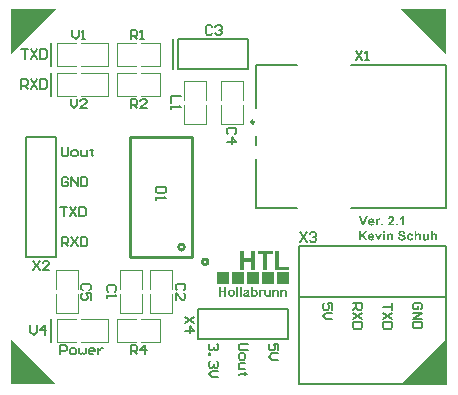
<source format=gto>
%FSLAX25Y25*%
%MOIN*%
G70*
G01*
G75*
%ADD10R,0.05906X0.05118*%
%ADD11R,0.04921X0.01181*%
%ADD12R,0.05118X0.05906*%
%ADD13R,0.08012X0.05906*%
%ADD14R,0.08661X0.05906*%
%ADD15C,0.03937*%
%ADD16C,0.01181*%
%ADD17C,0.05906*%
G04:AMPARAMS|DCode=18|XSize=59.06mil|YSize=59.06mil|CornerRadius=0mil|HoleSize=0mil|Usage=FLASHONLY|Rotation=270.000|XOffset=0mil|YOffset=0mil|HoleType=Round|Shape=Octagon|*
%AMOCTAGOND18*
4,1,8,-0.01476,-0.02953,0.01476,-0.02953,0.02953,-0.01476,0.02953,0.01476,0.01476,0.02953,-0.01476,0.02953,-0.02953,0.01476,-0.02953,-0.01476,-0.01476,-0.02953,0.0*
%
%ADD18OCTAGOND18*%

G04:AMPARAMS|DCode=19|XSize=59.06mil|YSize=59.06mil|CornerRadius=0mil|HoleSize=0mil|Usage=FLASHONLY|Rotation=180.000|XOffset=0mil|YOffset=0mil|HoleType=Round|Shape=Octagon|*
%AMOCTAGOND19*
4,1,8,-0.02953,0.01476,-0.02953,-0.01476,-0.01476,-0.02953,0.01476,-0.02953,0.02953,-0.01476,0.02953,0.01476,0.01476,0.02953,-0.01476,0.02953,-0.02953,0.01476,0.0*
%
%ADD19OCTAGOND19*%

%ADD20C,0.14961*%
%ADD21C,0.06299*%
%ADD22R,0.06299X0.06299*%
%ADD23C,0.02756*%
%ADD24C,0.03937*%
%ADD25C,0.05512*%
%ADD26C,0.01000*%
%ADD27C,0.00984*%
%ADD28C,0.00394*%
%ADD29C,0.00800*%
%ADD30C,0.00787*%
%ADD31C,0.00591*%
%ADD32R,0.04000X0.04000*%
G36*
X139362Y89266D02*
X142532D01*
Y88200D01*
X138086D01*
Y94459D01*
X139362D01*
Y89266D01*
D02*
G37*
G36*
X131354Y88200D02*
X130078D01*
Y90960D01*
X127591D01*
Y88200D01*
X126316D01*
Y94504D01*
X127591D01*
Y92026D01*
X130078D01*
Y94504D01*
X131354D01*
Y88200D01*
D02*
G37*
G36*
X133885Y81630D02*
X133935Y81621D01*
X133999Y81607D01*
X134067Y81584D01*
X134135Y81557D01*
X134208Y81516D01*
X134017Y80993D01*
X134012Y80997D01*
X133990Y81006D01*
X133962Y81024D01*
X133926Y81043D01*
X133880Y81061D01*
X133835Y81079D01*
X133785Y81088D01*
X133735Y81093D01*
X133717D01*
X133689Y81088D01*
X133662Y81084D01*
X133630Y81075D01*
X133594Y81061D01*
X133557Y81043D01*
X133521Y81020D01*
X133517Y81015D01*
X133507Y81006D01*
X133489Y80988D01*
X133471Y80961D01*
X133448Y80929D01*
X133425Y80883D01*
X133403Y80829D01*
X133385Y80765D01*
Y80756D01*
X133380Y80742D01*
X133375Y80729D01*
Y80706D01*
X133371Y80679D01*
X133366Y80642D01*
X133362Y80601D01*
X133357Y80556D01*
X133353Y80497D01*
X133348Y80437D01*
Y80365D01*
X133344Y80287D01*
X133339Y80201D01*
Y80105D01*
Y80001D01*
Y79300D01*
X132734D01*
Y81584D01*
X133293D01*
Y81261D01*
X133298Y81266D01*
X133316Y81293D01*
X133344Y81334D01*
X133380Y81384D01*
X133416Y81434D01*
X133462Y81484D01*
X133503Y81529D01*
X133548Y81561D01*
X133553Y81566D01*
X133566Y81575D01*
X133594Y81584D01*
X133626Y81598D01*
X133662Y81611D01*
X133708Y81625D01*
X133753Y81630D01*
X133808Y81634D01*
X133844D01*
X133885Y81630D01*
D02*
G37*
G36*
X137230Y93438D02*
X135371D01*
Y88200D01*
X134096D01*
Y93438D01*
X132228D01*
Y94504D01*
X137230D01*
Y93438D01*
D02*
G37*
G36*
X170122Y100330D02*
X170163Y100325D01*
X170213Y100316D01*
X170268Y100307D01*
X170327Y100293D01*
X170391Y100275D01*
X170454Y100252D01*
X170523Y100225D01*
X170591Y100189D01*
X170655Y100152D01*
X170718Y100107D01*
X170782Y100052D01*
X170837Y99993D01*
X170841Y99988D01*
X170850Y99979D01*
X170864Y99957D01*
X170882Y99929D01*
X170905Y99893D01*
X170928Y99852D01*
X170955Y99797D01*
X170982Y99738D01*
X171010Y99670D01*
X171037Y99593D01*
X171060Y99511D01*
X171082Y99415D01*
X171100Y99315D01*
X171114Y99206D01*
X171123Y99092D01*
Y98965D01*
X169613D01*
Y98960D01*
Y98951D01*
Y98937D01*
X169617Y98919D01*
X169622Y98874D01*
X169631Y98810D01*
X169649Y98746D01*
X169676Y98673D01*
X169708Y98605D01*
X169754Y98546D01*
X169758Y98541D01*
X169781Y98523D01*
X169808Y98501D01*
X169849Y98473D01*
X169899Y98446D01*
X169963Y98423D01*
X170031Y98405D01*
X170104Y98400D01*
X170127D01*
X170154Y98405D01*
X170186Y98409D01*
X170222Y98419D01*
X170263Y98432D01*
X170304Y98450D01*
X170341Y98478D01*
X170345Y98482D01*
X170359Y98491D01*
X170377Y98510D01*
X170395Y98537D01*
X170423Y98573D01*
X170445Y98614D01*
X170468Y98669D01*
X170491Y98728D01*
X171091Y98628D01*
Y98623D01*
X171087Y98614D01*
X171078Y98596D01*
X171069Y98573D01*
X171055Y98546D01*
X171041Y98514D01*
X171001Y98441D01*
X170950Y98360D01*
X170887Y98273D01*
X170809Y98196D01*
X170723Y98123D01*
X170718D01*
X170714Y98114D01*
X170696Y98109D01*
X170677Y98096D01*
X170655Y98082D01*
X170623Y98068D01*
X170591Y98055D01*
X170550Y98036D01*
X170459Y98005D01*
X170354Y97977D01*
X170231Y97959D01*
X170099Y97950D01*
X170072D01*
X170045Y97954D01*
X170004D01*
X169954Y97964D01*
X169895Y97973D01*
X169831Y97982D01*
X169767Y98000D01*
X169695Y98018D01*
X169622Y98045D01*
X169549Y98077D01*
X169476Y98114D01*
X169403Y98159D01*
X169335Y98209D01*
X169276Y98268D01*
X169217Y98337D01*
X169212Y98341D01*
X169208Y98350D01*
X169199Y98369D01*
X169180Y98391D01*
X169167Y98423D01*
X169149Y98460D01*
X169126Y98501D01*
X169108Y98550D01*
X169085Y98605D01*
X169067Y98664D01*
X169044Y98728D01*
X169030Y98801D01*
X169017Y98874D01*
X169003Y98951D01*
X168999Y99037D01*
X168994Y99124D01*
Y99128D01*
Y99147D01*
Y99178D01*
X168999Y99219D01*
X169003Y99265D01*
X169008Y99319D01*
X169017Y99379D01*
X169030Y99447D01*
X169067Y99588D01*
X169089Y99661D01*
X169117Y99738D01*
X169153Y99811D01*
X169194Y99879D01*
X169240Y99947D01*
X169290Y100011D01*
X169294Y100016D01*
X169303Y100025D01*
X169322Y100043D01*
X169344Y100061D01*
X169372Y100084D01*
X169408Y100111D01*
X169449Y100143D01*
X169494Y100175D01*
X169544Y100202D01*
X169604Y100234D01*
X169663Y100261D01*
X169731Y100284D01*
X169799Y100302D01*
X169877Y100320D01*
X169954Y100330D01*
X170036Y100334D01*
X170086D01*
X170122Y100330D01*
D02*
G37*
G36*
X190561Y99984D02*
X190566Y99988D01*
X190575Y99998D01*
X190593Y100016D01*
X190611Y100038D01*
X190643Y100066D01*
X190675Y100093D01*
X190716Y100125D01*
X190756Y100161D01*
X190807Y100193D01*
X190861Y100225D01*
X190980Y100279D01*
X191043Y100302D01*
X191111Y100320D01*
X191184Y100330D01*
X191257Y100334D01*
X191294D01*
X191334Y100330D01*
X191384Y100325D01*
X191444Y100316D01*
X191503Y100298D01*
X191571Y100279D01*
X191635Y100252D01*
X191644Y100248D01*
X191662Y100239D01*
X191694Y100220D01*
X191730Y100198D01*
X191771Y100170D01*
X191812Y100138D01*
X191853Y100098D01*
X191890Y100057D01*
X191894Y100052D01*
X191903Y100034D01*
X191917Y100011D01*
X191935Y99979D01*
X191958Y99938D01*
X191976Y99893D01*
X191994Y99843D01*
X192008Y99788D01*
Y99784D01*
X192012Y99761D01*
X192017Y99725D01*
X192026Y99679D01*
X192031Y99615D01*
X192035Y99538D01*
X192040Y99447D01*
Y99338D01*
Y98000D01*
X191435D01*
Y99201D01*
Y99206D01*
Y99215D01*
Y99233D01*
Y99260D01*
Y99288D01*
Y99319D01*
X191430Y99392D01*
X191425Y99470D01*
X191421Y99547D01*
X191412Y99611D01*
X191403Y99634D01*
X191398Y99656D01*
Y99661D01*
X191389Y99674D01*
X191380Y99688D01*
X191371Y99711D01*
X191330Y99761D01*
X191307Y99788D01*
X191275Y99811D01*
X191271Y99815D01*
X191262Y99820D01*
X191239Y99829D01*
X191216Y99843D01*
X191184Y99852D01*
X191148Y99861D01*
X191102Y99866D01*
X191057Y99870D01*
X191030D01*
X191002Y99866D01*
X190966Y99861D01*
X190925Y99852D01*
X190879Y99838D01*
X190834Y99820D01*
X190788Y99793D01*
X190784Y99788D01*
X190770Y99779D01*
X190747Y99761D01*
X190725Y99738D01*
X190693Y99706D01*
X190666Y99670D01*
X190638Y99624D01*
X190615Y99574D01*
Y99570D01*
X190606Y99547D01*
X190597Y99515D01*
X190588Y99465D01*
X190579Y99406D01*
X190570Y99329D01*
X190566Y99242D01*
X190561Y99142D01*
Y98000D01*
X189956D01*
Y101149D01*
X190561D01*
Y99984D01*
D02*
G37*
G36*
X189341Y98000D02*
X188782D01*
Y98341D01*
X188777Y98332D01*
X188759Y98309D01*
X188732Y98277D01*
X188691Y98237D01*
X188645Y98186D01*
X188586Y98141D01*
X188523Y98091D01*
X188450Y98050D01*
X188441Y98045D01*
X188413Y98036D01*
X188372Y98018D01*
X188318Y98000D01*
X188254Y97982D01*
X188181Y97964D01*
X188104Y97954D01*
X188022Y97950D01*
X187981D01*
X187940Y97954D01*
X187885Y97964D01*
X187817Y97973D01*
X187749Y97991D01*
X187676Y98018D01*
X187608Y98050D01*
X187599Y98055D01*
X187581Y98068D01*
X187544Y98091D01*
X187508Y98123D01*
X187462Y98164D01*
X187421Y98209D01*
X187380Y98268D01*
X187344Y98332D01*
X187339Y98341D01*
X187330Y98364D01*
X187317Y98405D01*
X187303Y98464D01*
X187290Y98537D01*
X187276Y98623D01*
X187267Y98724D01*
X187262Y98837D01*
Y100284D01*
X187867D01*
Y99233D01*
Y99229D01*
Y99210D01*
Y99187D01*
Y99156D01*
Y99119D01*
Y99078D01*
X187872Y98983D01*
X187876Y98878D01*
X187881Y98783D01*
X187885Y98742D01*
X187890Y98701D01*
X187895Y98669D01*
X187899Y98646D01*
Y98642D01*
X187904Y98628D01*
X187913Y98610D01*
X187926Y98582D01*
X187940Y98555D01*
X187963Y98528D01*
X187986Y98501D01*
X188017Y98473D01*
X188022Y98469D01*
X188036Y98464D01*
X188054Y98455D01*
X188081Y98446D01*
X188113Y98432D01*
X188154Y98423D01*
X188195Y98419D01*
X188245Y98414D01*
X188272D01*
X188300Y98419D01*
X188336Y98423D01*
X188381Y98432D01*
X188427Y98450D01*
X188477Y98469D01*
X188523Y98496D01*
X188527Y98501D01*
X188541Y98510D01*
X188563Y98528D01*
X188591Y98555D01*
X188618Y98587D01*
X188645Y98619D01*
X188673Y98660D01*
X188691Y98705D01*
Y98710D01*
X188700Y98733D01*
Y98751D01*
X188705Y98773D01*
X188709Y98796D01*
X188714Y98828D01*
X188718Y98869D01*
X188723Y98910D01*
X188727Y98960D01*
Y99019D01*
X188732Y99083D01*
X188736Y99156D01*
Y99233D01*
Y99319D01*
Y100284D01*
X189341D01*
Y98000D01*
D02*
G37*
G36*
X174668D02*
X174063D01*
Y100284D01*
X174668D01*
Y98000D01*
D02*
G37*
G36*
X185183Y99984D02*
X185187Y99988D01*
X185196Y99998D01*
X185215Y100016D01*
X185233Y100038D01*
X185265Y100066D01*
X185297Y100093D01*
X185337Y100125D01*
X185378Y100161D01*
X185429Y100193D01*
X185483Y100225D01*
X185601Y100279D01*
X185665Y100302D01*
X185733Y100320D01*
X185806Y100330D01*
X185879Y100334D01*
X185915D01*
X185956Y100330D01*
X186006Y100325D01*
X186065Y100316D01*
X186125Y100298D01*
X186193Y100279D01*
X186257Y100252D01*
X186266Y100248D01*
X186284Y100239D01*
X186316Y100220D01*
X186352Y100198D01*
X186393Y100170D01*
X186434Y100138D01*
X186475Y100098D01*
X186511Y100057D01*
X186516Y100052D01*
X186525Y100034D01*
X186539Y100011D01*
X186557Y99979D01*
X186580Y99938D01*
X186598Y99893D01*
X186616Y99843D01*
X186630Y99788D01*
Y99784D01*
X186634Y99761D01*
X186639Y99725D01*
X186648Y99679D01*
X186652Y99615D01*
X186657Y99538D01*
X186662Y99447D01*
Y99338D01*
Y98000D01*
X186056D01*
Y99201D01*
Y99206D01*
Y99215D01*
Y99233D01*
Y99260D01*
Y99288D01*
Y99319D01*
X186052Y99392D01*
X186047Y99470D01*
X186043Y99547D01*
X186034Y99611D01*
X186024Y99634D01*
X186020Y99656D01*
Y99661D01*
X186011Y99674D01*
X186002Y99688D01*
X185993Y99711D01*
X185952Y99761D01*
X185929Y99788D01*
X185897Y99811D01*
X185893Y99815D01*
X185883Y99820D01*
X185861Y99829D01*
X185838Y99843D01*
X185806Y99852D01*
X185770Y99861D01*
X185724Y99866D01*
X185679Y99870D01*
X185651D01*
X185624Y99866D01*
X185588Y99861D01*
X185547Y99852D01*
X185501Y99838D01*
X185456Y99820D01*
X185410Y99793D01*
X185406Y99788D01*
X185392Y99779D01*
X185369Y99761D01*
X185347Y99738D01*
X185315Y99706D01*
X185287Y99670D01*
X185260Y99624D01*
X185237Y99574D01*
Y99570D01*
X185228Y99547D01*
X185219Y99515D01*
X185210Y99465D01*
X185201Y99406D01*
X185192Y99329D01*
X185187Y99242D01*
X185183Y99142D01*
Y98000D01*
X184578D01*
Y101149D01*
X185183D01*
Y99984D01*
D02*
G37*
G36*
X125777Y79300D02*
X125172D01*
Y82449D01*
X125777D01*
Y79300D01*
D02*
G37*
G36*
X127001D02*
X126396D01*
Y82449D01*
X127001D01*
Y79300D01*
D02*
G37*
G36*
X123607Y81630D02*
X123652Y81625D01*
X123702Y81616D01*
X123761Y81607D01*
X123820Y81593D01*
X123889Y81575D01*
X123957Y81552D01*
X124025Y81525D01*
X124098Y81493D01*
X124171Y81452D01*
X124239Y81407D01*
X124307Y81357D01*
X124371Y81297D01*
X124375Y81293D01*
X124385Y81284D01*
X124403Y81261D01*
X124421Y81238D01*
X124448Y81202D01*
X124476Y81165D01*
X124507Y81115D01*
X124539Y81065D01*
X124567Y81006D01*
X124599Y80943D01*
X124626Y80870D01*
X124653Y80797D01*
X124671Y80715D01*
X124689Y80633D01*
X124699Y80542D01*
X124703Y80447D01*
Y80442D01*
Y80424D01*
Y80397D01*
X124699Y80360D01*
X124694Y80315D01*
X124685Y80265D01*
X124676Y80205D01*
X124662Y80146D01*
X124644Y80078D01*
X124621Y80010D01*
X124594Y79937D01*
X124562Y79864D01*
X124521Y79791D01*
X124476Y79723D01*
X124426Y79655D01*
X124366Y79587D01*
X124362Y79582D01*
X124353Y79573D01*
X124335Y79555D01*
X124307Y79532D01*
X124275Y79509D01*
X124234Y79482D01*
X124189Y79450D01*
X124139Y79418D01*
X124080Y79387D01*
X124016Y79355D01*
X123948Y79327D01*
X123871Y79304D01*
X123793Y79282D01*
X123707Y79264D01*
X123620Y79255D01*
X123525Y79250D01*
X123493D01*
X123470Y79255D01*
X123443D01*
X123411Y79259D01*
X123334Y79268D01*
X123238Y79286D01*
X123138Y79309D01*
X123033Y79346D01*
X122924Y79391D01*
X122919D01*
X122910Y79396D01*
X122897Y79405D01*
X122879Y79418D01*
X122828Y79450D01*
X122765Y79496D01*
X122697Y79555D01*
X122624Y79628D01*
X122555Y79710D01*
X122492Y79805D01*
Y79810D01*
X122487Y79819D01*
X122478Y79832D01*
X122469Y79855D01*
X122460Y79882D01*
X122446Y79914D01*
X122433Y79951D01*
X122419Y79992D01*
X122405Y80037D01*
X122392Y80087D01*
X122369Y80201D01*
X122351Y80333D01*
X122346Y80474D01*
Y80478D01*
Y80488D01*
Y80506D01*
X122351Y80524D01*
Y80551D01*
X122355Y80583D01*
X122364Y80660D01*
X122383Y80747D01*
X122410Y80842D01*
X122442Y80947D01*
X122492Y81052D01*
Y81056D01*
X122501Y81065D01*
X122505Y81079D01*
X122519Y81097D01*
X122555Y81147D01*
X122601Y81211D01*
X122660Y81279D01*
X122733Y81352D01*
X122815Y81420D01*
X122910Y81484D01*
X122915D01*
X122924Y81489D01*
X122938Y81498D01*
X122960Y81507D01*
X122983Y81520D01*
X123015Y81529D01*
X123052Y81543D01*
X123088Y81561D01*
X123179Y81589D01*
X123284Y81611D01*
X123397Y81630D01*
X123520Y81634D01*
X123570D01*
X123607Y81630D01*
D02*
G37*
G36*
X130650Y81316D02*
X130655Y81320D01*
X130664Y81329D01*
X130677Y81343D01*
X130700Y81366D01*
X130727Y81388D01*
X130759Y81416D01*
X130796Y81448D01*
X130836Y81475D01*
X130932Y81534D01*
X131046Y81584D01*
X131105Y81607D01*
X131173Y81621D01*
X131242Y81630D01*
X131310Y81634D01*
X131351D01*
X131378Y81630D01*
X131414Y81625D01*
X131455Y81616D01*
X131501Y81607D01*
X131555Y81598D01*
X131665Y81561D01*
X131719Y81534D01*
X131778Y81507D01*
X131837Y81470D01*
X131892Y81429D01*
X131947Y81384D01*
X132001Y81329D01*
X132006Y81325D01*
X132015Y81316D01*
X132029Y81297D01*
X132047Y81275D01*
X132065Y81243D01*
X132088Y81206D01*
X132115Y81161D01*
X132142Y81111D01*
X132165Y81052D01*
X132192Y80988D01*
X132215Y80915D01*
X132238Y80838D01*
X132252Y80756D01*
X132265Y80665D01*
X132274Y80569D01*
X132279Y80465D01*
Y80460D01*
Y80437D01*
Y80410D01*
X132274Y80369D01*
X132270Y80319D01*
X132265Y80265D01*
X132256Y80201D01*
X132243Y80133D01*
X132211Y79987D01*
X132188Y79914D01*
X132161Y79837D01*
X132129Y79764D01*
X132088Y79691D01*
X132047Y79628D01*
X131997Y79564D01*
X131992Y79559D01*
X131983Y79550D01*
X131969Y79537D01*
X131947Y79514D01*
X131919Y79491D01*
X131888Y79464D01*
X131851Y79436D01*
X131810Y79409D01*
X131760Y79377D01*
X131710Y79350D01*
X131592Y79300D01*
X131528Y79277D01*
X131464Y79264D01*
X131392Y79255D01*
X131319Y79250D01*
X131287D01*
X131246Y79255D01*
X131196Y79264D01*
X131137Y79273D01*
X131073Y79291D01*
X131005Y79314D01*
X130932Y79346D01*
X130923Y79350D01*
X130900Y79364D01*
X130864Y79387D01*
X130818Y79418D01*
X130768Y79459D01*
X130714Y79505D01*
X130659Y79564D01*
X130605Y79632D01*
Y79300D01*
X130045D01*
Y82449D01*
X130650D01*
Y81316D01*
D02*
G37*
G36*
X128612Y81630D02*
X128648D01*
X128739Y81621D01*
X128834Y81611D01*
X128935Y81593D01*
X129030Y81566D01*
X129071Y81552D01*
X129112Y81534D01*
X129117D01*
X129121Y81529D01*
X129144Y81516D01*
X129180Y81498D01*
X129221Y81470D01*
X129271Y81434D01*
X129317Y81393D01*
X129358Y81343D01*
X129394Y81293D01*
X129399Y81284D01*
X129408Y81266D01*
X129421Y81225D01*
X129426Y81202D01*
X129435Y81170D01*
X129444Y81138D01*
X129449Y81097D01*
X129458Y81052D01*
X129462Y81002D01*
X129467Y80947D01*
X129472Y80888D01*
X129476Y80824D01*
Y80751D01*
X129467Y80046D01*
Y80042D01*
Y80033D01*
Y80019D01*
Y79996D01*
Y79941D01*
X129472Y79878D01*
Y79805D01*
X129481Y79732D01*
X129485Y79659D01*
X129494Y79600D01*
Y79596D01*
X129499Y79577D01*
X129508Y79546D01*
X129517Y79509D01*
X129535Y79464D01*
X129553Y79414D01*
X129576Y79359D01*
X129604Y79300D01*
X129007D01*
Y79304D01*
X129003Y79309D01*
X128998Y79327D01*
X128989Y79346D01*
X128980Y79368D01*
X128971Y79400D01*
X128962Y79436D01*
X128948Y79477D01*
Y79482D01*
X128944Y79487D01*
X128939Y79505D01*
X128930Y79527D01*
X128926Y79546D01*
X128916Y79541D01*
X128898Y79523D01*
X128866Y79496D01*
X128825Y79464D01*
X128775Y79427D01*
X128721Y79387D01*
X128657Y79355D01*
X128593Y79323D01*
X128584Y79318D01*
X128561Y79314D01*
X128525Y79300D01*
X128480Y79286D01*
X128425Y79273D01*
X128361Y79264D01*
X128288Y79255D01*
X128216Y79250D01*
X128184D01*
X128157Y79255D01*
X128129D01*
X128093Y79259D01*
X128015Y79273D01*
X127925Y79295D01*
X127833Y79327D01*
X127743Y79373D01*
X127661Y79436D01*
Y79441D01*
X127652Y79446D01*
X127629Y79473D01*
X127597Y79514D01*
X127560Y79568D01*
X127524Y79637D01*
X127492Y79719D01*
X127470Y79814D01*
X127465Y79864D01*
X127460Y79919D01*
Y79928D01*
Y79951D01*
X127465Y79987D01*
X127474Y80033D01*
X127483Y80087D01*
X127497Y80142D01*
X127520Y80201D01*
X127551Y80260D01*
X127556Y80269D01*
X127570Y80287D01*
X127588Y80315D01*
X127620Y80347D01*
X127652Y80383D01*
X127697Y80424D01*
X127747Y80460D01*
X127806Y80492D01*
X127815Y80497D01*
X127838Y80506D01*
X127875Y80519D01*
X127929Y80542D01*
X127997Y80565D01*
X128079Y80588D01*
X128179Y80610D01*
X128288Y80633D01*
X128293D01*
X128307Y80638D01*
X128330Y80642D01*
X128357Y80647D01*
X128393Y80651D01*
X128434Y80660D01*
X128525Y80683D01*
X128621Y80706D01*
X128721Y80729D01*
X128807Y80756D01*
X128848Y80770D01*
X128880Y80783D01*
Y80842D01*
Y80852D01*
Y80870D01*
X128876Y80902D01*
X128871Y80943D01*
X128857Y80984D01*
X128844Y81024D01*
X128821Y81061D01*
X128789Y81093D01*
X128785Y81097D01*
X128771Y81106D01*
X128748Y81115D01*
X128716Y81134D01*
X128671Y81147D01*
X128616Y81156D01*
X128548Y81165D01*
X128466Y81170D01*
X128439D01*
X128411Y81165D01*
X128375Y81161D01*
X128334Y81152D01*
X128288Y81143D01*
X128248Y81125D01*
X128211Y81102D01*
X128207Y81097D01*
X128198Y81088D01*
X128179Y81075D01*
X128161Y81052D01*
X128134Y81020D01*
X128111Y80979D01*
X128088Y80933D01*
X128066Y80879D01*
X127524Y80979D01*
Y80984D01*
X127529Y80993D01*
X127533Y81011D01*
X127542Y81034D01*
X127551Y81061D01*
X127565Y81093D01*
X127597Y81165D01*
X127642Y81243D01*
X127697Y81325D01*
X127761Y81402D01*
X127838Y81470D01*
X127843D01*
X127847Y81479D01*
X127861Y81484D01*
X127879Y81498D01*
X127906Y81507D01*
X127934Y81520D01*
X127970Y81539D01*
X128006Y81552D01*
X128052Y81566D01*
X128102Y81584D01*
X128157Y81598D01*
X128220Y81607D01*
X128284Y81621D01*
X128357Y81625D01*
X128430Y81634D01*
X128580D01*
X128612Y81630D01*
D02*
G37*
G36*
X138535D02*
X138585Y81625D01*
X138640Y81616D01*
X138699Y81602D01*
X138763Y81584D01*
X138826Y81561D01*
X138835Y81557D01*
X138854Y81548D01*
X138885Y81534D01*
X138922Y81511D01*
X138963Y81484D01*
X139004Y81452D01*
X139045Y81416D01*
X139081Y81375D01*
X139086Y81370D01*
X139095Y81357D01*
X139108Y81334D01*
X139127Y81302D01*
X139149Y81266D01*
X139168Y81220D01*
X139186Y81175D01*
X139199Y81120D01*
Y81115D01*
X139204Y81093D01*
X139213Y81061D01*
X139218Y81015D01*
X139227Y80961D01*
X139231Y80888D01*
X139236Y80811D01*
Y80715D01*
Y79300D01*
X138631D01*
Y80460D01*
Y80465D01*
Y80478D01*
Y80497D01*
Y80519D01*
Y80551D01*
Y80583D01*
X138626Y80660D01*
X138622Y80738D01*
X138612Y80820D01*
X138603Y80888D01*
X138599Y80915D01*
X138590Y80938D01*
Y80943D01*
X138581Y80956D01*
X138572Y80974D01*
X138558Y81002D01*
X138517Y81056D01*
X138494Y81084D01*
X138462Y81106D01*
X138458Y81111D01*
X138449Y81115D01*
X138431Y81125D01*
X138403Y81138D01*
X138371Y81152D01*
X138339Y81161D01*
X138298Y81165D01*
X138253Y81170D01*
X138226D01*
X138198Y81165D01*
X138162Y81161D01*
X138117Y81147D01*
X138071Y81134D01*
X138021Y81111D01*
X137971Y81084D01*
X137966Y81079D01*
X137953Y81070D01*
X137930Y81047D01*
X137903Y81024D01*
X137875Y80988D01*
X137848Y80952D01*
X137821Y80902D01*
X137803Y80852D01*
Y80847D01*
X137794Y80824D01*
X137789Y80788D01*
X137780Y80733D01*
X137775Y80701D01*
X137771Y80660D01*
X137766Y80620D01*
Y80569D01*
X137762Y80519D01*
X137757Y80460D01*
Y80397D01*
Y80328D01*
Y79300D01*
X137152D01*
Y81584D01*
X137712D01*
Y81247D01*
X137716Y81252D01*
X137725Y81266D01*
X137743Y81284D01*
X137766Y81307D01*
X137794Y81338D01*
X137830Y81370D01*
X137871Y81407D01*
X137916Y81443D01*
X137966Y81475D01*
X138025Y81511D01*
X138085Y81543D01*
X138153Y81575D01*
X138226Y81598D01*
X138298Y81616D01*
X138380Y81630D01*
X138462Y81634D01*
X138494D01*
X138535Y81630D01*
D02*
G37*
G36*
X141224D02*
X141274Y81625D01*
X141329Y81616D01*
X141388Y81602D01*
X141452Y81584D01*
X141515Y81561D01*
X141525Y81557D01*
X141543Y81548D01*
X141575Y81534D01*
X141611Y81511D01*
X141652Y81484D01*
X141693Y81452D01*
X141734Y81416D01*
X141770Y81375D01*
X141775Y81370D01*
X141784Y81357D01*
X141797Y81334D01*
X141816Y81302D01*
X141838Y81266D01*
X141857Y81220D01*
X141875Y81175D01*
X141888Y81120D01*
Y81115D01*
X141893Y81093D01*
X141902Y81061D01*
X141907Y81015D01*
X141916Y80961D01*
X141920Y80888D01*
X141925Y80811D01*
Y80715D01*
Y79300D01*
X141320D01*
Y80460D01*
Y80465D01*
Y80478D01*
Y80497D01*
Y80519D01*
Y80551D01*
Y80583D01*
X141315Y80660D01*
X141311Y80738D01*
X141302Y80820D01*
X141292Y80888D01*
X141288Y80915D01*
X141279Y80938D01*
Y80943D01*
X141270Y80956D01*
X141261Y80974D01*
X141247Y81002D01*
X141206Y81056D01*
X141183Y81084D01*
X141151Y81106D01*
X141147Y81111D01*
X141138Y81115D01*
X141120Y81125D01*
X141092Y81138D01*
X141060Y81152D01*
X141028Y81161D01*
X140988Y81165D01*
X140942Y81170D01*
X140915D01*
X140887Y81165D01*
X140851Y81161D01*
X140806Y81147D01*
X140760Y81134D01*
X140710Y81111D01*
X140660Y81084D01*
X140655Y81079D01*
X140642Y81070D01*
X140619Y81047D01*
X140592Y81024D01*
X140564Y80988D01*
X140537Y80952D01*
X140510Y80902D01*
X140492Y80852D01*
Y80847D01*
X140482Y80824D01*
X140478Y80788D01*
X140469Y80733D01*
X140464Y80701D01*
X140460Y80660D01*
X140455Y80620D01*
Y80569D01*
X140451Y80519D01*
X140446Y80460D01*
Y80397D01*
Y80328D01*
Y79300D01*
X139841D01*
Y81584D01*
X140401D01*
Y81247D01*
X140405Y81252D01*
X140414Y81266D01*
X140433Y81284D01*
X140455Y81307D01*
X140482Y81338D01*
X140519Y81370D01*
X140560Y81407D01*
X140605Y81443D01*
X140655Y81475D01*
X140715Y81511D01*
X140774Y81543D01*
X140842Y81575D01*
X140915Y81598D01*
X140988Y81616D01*
X141069Y81630D01*
X141151Y81634D01*
X141183D01*
X141224Y81630D01*
D02*
G37*
G36*
X136538Y79300D02*
X135978D01*
Y79641D01*
X135974Y79632D01*
X135955Y79609D01*
X135928Y79577D01*
X135887Y79537D01*
X135842Y79487D01*
X135782Y79441D01*
X135719Y79391D01*
X135646Y79350D01*
X135637Y79346D01*
X135609Y79336D01*
X135568Y79318D01*
X135514Y79300D01*
X135450Y79282D01*
X135377Y79264D01*
X135300Y79255D01*
X135218Y79250D01*
X135177D01*
X135136Y79255D01*
X135082Y79264D01*
X135013Y79273D01*
X134945Y79291D01*
X134872Y79318D01*
X134804Y79350D01*
X134795Y79355D01*
X134777Y79368D01*
X134740Y79391D01*
X134704Y79423D01*
X134659Y79464D01*
X134618Y79509D01*
X134577Y79568D01*
X134540Y79632D01*
X134536Y79641D01*
X134527Y79664D01*
X134513Y79705D01*
X134499Y79764D01*
X134486Y79837D01*
X134472Y79923D01*
X134463Y80023D01*
X134458Y80137D01*
Y81584D01*
X135064D01*
Y80533D01*
Y80528D01*
Y80510D01*
Y80488D01*
Y80456D01*
Y80419D01*
Y80378D01*
X135068Y80283D01*
X135073Y80178D01*
X135077Y80083D01*
X135082Y80042D01*
X135086Y80001D01*
X135091Y79969D01*
X135095Y79946D01*
Y79941D01*
X135100Y79928D01*
X135109Y79910D01*
X135123Y79882D01*
X135136Y79855D01*
X135159Y79828D01*
X135182Y79800D01*
X135214Y79773D01*
X135218Y79769D01*
X135232Y79764D01*
X135250Y79755D01*
X135277Y79746D01*
X135309Y79732D01*
X135350Y79723D01*
X135391Y79719D01*
X135441Y79714D01*
X135468D01*
X135496Y79719D01*
X135532Y79723D01*
X135578Y79732D01*
X135623Y79751D01*
X135673Y79769D01*
X135719Y79796D01*
X135723Y79800D01*
X135737Y79810D01*
X135760Y79828D01*
X135787Y79855D01*
X135814Y79887D01*
X135842Y79919D01*
X135869Y79960D01*
X135887Y80005D01*
Y80010D01*
X135896Y80033D01*
Y80051D01*
X135901Y80073D01*
X135905Y80096D01*
X135910Y80128D01*
X135914Y80169D01*
X135919Y80210D01*
X135923Y80260D01*
Y80319D01*
X135928Y80383D01*
X135933Y80456D01*
Y80533D01*
Y80620D01*
Y81584D01*
X136538D01*
Y79300D01*
D02*
G37*
G36*
X121832D02*
X121195D01*
Y80679D01*
X119953D01*
Y79300D01*
X119316D01*
Y82449D01*
X119953D01*
Y81211D01*
X121195D01*
Y82449D01*
X121832D01*
Y79300D01*
D02*
G37*
G36*
X172784Y98000D02*
X172238D01*
X171319Y100284D01*
X171951D01*
X172384Y99115D01*
X172506Y98728D01*
X172511Y98733D01*
X172516Y98751D01*
X172525Y98778D01*
X172534Y98805D01*
X172556Y98874D01*
X172566Y98901D01*
X172570Y98924D01*
Y98928D01*
X172575Y98942D01*
X172579Y98960D01*
X172588Y98983D01*
X172607Y99046D01*
X172634Y99115D01*
X173071Y100284D01*
X173689D01*
X172784Y98000D01*
D02*
G37*
G36*
X167815Y103000D02*
X167128D01*
X166000Y106149D01*
X166687D01*
X167488Y103819D01*
X168257Y106149D01*
X168935D01*
X167815Y103000D01*
D02*
G37*
G36*
X172825Y105330D02*
X172875Y105321D01*
X172939Y105307D01*
X173007Y105284D01*
X173075Y105257D01*
X173148Y105216D01*
X172957Y104693D01*
X172952Y104697D01*
X172930Y104706D01*
X172902Y104725D01*
X172866Y104743D01*
X172820Y104761D01*
X172775Y104779D01*
X172725Y104788D01*
X172675Y104793D01*
X172657D01*
X172629Y104788D01*
X172602Y104784D01*
X172570Y104774D01*
X172534Y104761D01*
X172497Y104743D01*
X172461Y104720D01*
X172456Y104715D01*
X172447Y104706D01*
X172429Y104688D01*
X172411Y104661D01*
X172388Y104629D01*
X172365Y104583D01*
X172343Y104529D01*
X172325Y104465D01*
Y104456D01*
X172320Y104442D01*
X172315Y104429D01*
Y104406D01*
X172311Y104379D01*
X172306Y104342D01*
X172302Y104301D01*
X172297Y104256D01*
X172293Y104197D01*
X172288Y104138D01*
Y104065D01*
X172283Y103987D01*
X172279Y103901D01*
Y103805D01*
Y103701D01*
Y103000D01*
X171674D01*
Y105284D01*
X172233D01*
Y104961D01*
X172238Y104966D01*
X172256Y104993D01*
X172283Y105034D01*
X172320Y105084D01*
X172356Y105134D01*
X172402Y105184D01*
X172443Y105229D01*
X172488Y105261D01*
X172493Y105266D01*
X172506Y105275D01*
X172534Y105284D01*
X172566Y105298D01*
X172602Y105311D01*
X172648Y105325D01*
X172693Y105330D01*
X172748Y105334D01*
X172784D01*
X172825Y105330D01*
D02*
G37*
G36*
X178908Y103000D02*
X178303D01*
Y103605D01*
X178908D01*
Y103000D01*
D02*
G37*
G36*
X180942D02*
X180337D01*
Y105280D01*
X180333Y105275D01*
X180323Y105266D01*
X180305Y105252D01*
X180278Y105229D01*
X180246Y105202D01*
X180210Y105175D01*
X180164Y105143D01*
X180114Y105107D01*
X180060Y105070D01*
X180000Y105034D01*
X179937Y104993D01*
X179868Y104956D01*
X179723Y104888D01*
X179559Y104824D01*
Y105371D01*
X179564D01*
X179568Y105375D01*
X179582Y105380D01*
X179600Y105384D01*
X179646Y105407D01*
X179709Y105434D01*
X179787Y105471D01*
X179873Y105521D01*
X179969Y105584D01*
X180069Y105657D01*
X180073Y105662D01*
X180082Y105666D01*
X180096Y105680D01*
X180114Y105698D01*
X180164Y105744D01*
X180219Y105803D01*
X180282Y105876D01*
X180346Y105967D01*
X180405Y106062D01*
X180451Y106167D01*
X180942D01*
Y103000D01*
D02*
G37*
G36*
X50000Y160000D02*
Y175000D01*
X65000D01*
X50000Y160000D01*
D02*
G37*
G36*
X195000Y160000D02*
X180000Y175000D01*
X195000D01*
Y160000D01*
D02*
G37*
G36*
X65000Y50000D02*
X50000D01*
Y65000D01*
X65000Y50000D01*
D02*
G37*
G36*
X195000D02*
X180000D01*
X195000Y65000D01*
Y50000D01*
D02*
G37*
G36*
X176843Y106162D02*
X176884Y106158D01*
X176929Y106153D01*
X176979Y106144D01*
X177034Y106135D01*
X177152Y106103D01*
X177270Y106058D01*
X177334Y106030D01*
X177389Y105999D01*
X177448Y105957D01*
X177498Y105912D01*
X177502Y105907D01*
X177512Y105903D01*
X177521Y105885D01*
X177539Y105867D01*
X177562Y105844D01*
X177584Y105812D01*
X177607Y105780D01*
X177634Y105739D01*
X177680Y105648D01*
X177725Y105543D01*
X177744Y105484D01*
X177753Y105421D01*
X177762Y105352D01*
X177766Y105284D01*
Y105275D01*
Y105248D01*
X177762Y105207D01*
X177757Y105157D01*
X177748Y105093D01*
X177734Y105025D01*
X177716Y104952D01*
X177689Y104879D01*
X177684Y104870D01*
X177675Y104847D01*
X177657Y104806D01*
X177630Y104756D01*
X177598Y104697D01*
X177557Y104629D01*
X177507Y104556D01*
X177448Y104479D01*
X177443Y104474D01*
X177425Y104451D01*
X177398Y104420D01*
X177357Y104374D01*
X177302Y104320D01*
X177234Y104247D01*
X177152Y104169D01*
X177052Y104074D01*
X177047Y104069D01*
X177038Y104065D01*
X177025Y104051D01*
X177006Y104033D01*
X176956Y103987D01*
X176897Y103933D01*
X176838Y103874D01*
X176779Y103814D01*
X176724Y103764D01*
X176706Y103742D01*
X176688Y103724D01*
X176683Y103719D01*
X176674Y103710D01*
X176661Y103692D01*
X176643Y103669D01*
X176602Y103619D01*
X176565Y103560D01*
X177766D01*
Y103000D01*
X175651D01*
Y103005D01*
Y103014D01*
X175655Y103032D01*
X175660Y103055D01*
X175664Y103082D01*
X175669Y103114D01*
X175687Y103196D01*
X175714Y103287D01*
X175751Y103387D01*
X175796Y103496D01*
X175855Y103601D01*
Y103605D01*
X175864Y103614D01*
X175873Y103632D01*
X175892Y103651D01*
X175910Y103682D01*
X175937Y103714D01*
X175969Y103755D01*
X176005Y103801D01*
X176046Y103855D01*
X176096Y103910D01*
X176151Y103974D01*
X176215Y104042D01*
X176283Y104110D01*
X176360Y104188D01*
X176442Y104270D01*
X176533Y104356D01*
X176538Y104360D01*
X176551Y104374D01*
X176570Y104392D01*
X176597Y104420D01*
X176633Y104447D01*
X176670Y104483D01*
X176752Y104565D01*
X176833Y104652D01*
X176916Y104738D01*
X176952Y104774D01*
X176988Y104815D01*
X177016Y104847D01*
X177034Y104875D01*
X177038Y104884D01*
X177052Y104906D01*
X177075Y104943D01*
X177097Y104993D01*
X177120Y105048D01*
X177143Y105111D01*
X177157Y105175D01*
X177161Y105243D01*
Y105248D01*
Y105252D01*
Y105275D01*
X177157Y105316D01*
X177147Y105361D01*
X177134Y105412D01*
X177116Y105462D01*
X177088Y105512D01*
X177052Y105557D01*
X177047Y105562D01*
X177034Y105575D01*
X177006Y105594D01*
X176975Y105612D01*
X176929Y105630D01*
X176879Y105648D01*
X176820Y105662D01*
X176752Y105666D01*
X176720D01*
X176683Y105662D01*
X176643Y105653D01*
X176592Y105639D01*
X176542Y105616D01*
X176492Y105589D01*
X176447Y105552D01*
X176442Y105548D01*
X176429Y105530D01*
X176410Y105502D01*
X176392Y105462D01*
X176370Y105412D01*
X176351Y105343D01*
X176333Y105266D01*
X176324Y105175D01*
X175723Y105234D01*
Y105239D01*
X175728Y105257D01*
Y105280D01*
X175737Y105316D01*
X175742Y105357D01*
X175755Y105402D01*
X175769Y105452D01*
X175783Y105512D01*
X175828Y105625D01*
X175883Y105744D01*
X175919Y105803D01*
X175960Y105857D01*
X176005Y105903D01*
X176056Y105948D01*
X176060Y105953D01*
X176069Y105957D01*
X176083Y105967D01*
X176105Y105985D01*
X176133Y105999D01*
X176169Y106017D01*
X176206Y106039D01*
X176251Y106058D01*
X176301Y106080D01*
X176356Y106099D01*
X176474Y106135D01*
X176615Y106158D01*
X176688Y106162D01*
X176765Y106167D01*
X176811D01*
X176843Y106162D01*
D02*
G37*
G36*
X183172Y100330D02*
X183208D01*
X183249Y100325D01*
X183295Y100320D01*
X183345Y100311D01*
X183449Y100289D01*
X183558Y100257D01*
X183668Y100211D01*
X183768Y100152D01*
X183772D01*
X183777Y100143D01*
X183791Y100134D01*
X183809Y100120D01*
X183850Y100079D01*
X183904Y100020D01*
X183963Y99943D01*
X184023Y99852D01*
X184077Y99743D01*
X184123Y99615D01*
X183527Y99506D01*
Y99515D01*
X183522Y99533D01*
X183513Y99565D01*
X183499Y99606D01*
X183476Y99647D01*
X183454Y99693D01*
X183422Y99734D01*
X183386Y99770D01*
X183381Y99774D01*
X183367Y99784D01*
X183345Y99797D01*
X183313Y99815D01*
X183272Y99834D01*
X183226Y99847D01*
X183172Y99856D01*
X183113Y99861D01*
X183103D01*
X183076Y99856D01*
X183035Y99852D01*
X182981Y99843D01*
X182926Y99820D01*
X182867Y99793D01*
X182808Y99756D01*
X182753Y99702D01*
X182749Y99693D01*
X182735Y99670D01*
X182712Y99634D01*
X182689Y99579D01*
X182662Y99506D01*
X182653Y99465D01*
X182644Y99420D01*
X182635Y99365D01*
X182626Y99310D01*
X182621Y99247D01*
Y99183D01*
Y99178D01*
Y99165D01*
Y99142D01*
X182626Y99115D01*
Y99083D01*
X182630Y99046D01*
X182639Y98956D01*
X182653Y98860D01*
X182680Y98764D01*
X182712Y98678D01*
X182735Y98642D01*
X182758Y98605D01*
X182762Y98596D01*
X182785Y98578D01*
X182812Y98555D01*
X182853Y98523D01*
X182908Y98491D01*
X182967Y98469D01*
X183040Y98450D01*
X183122Y98441D01*
X183149D01*
X183181Y98446D01*
X183222Y98455D01*
X183267Y98464D01*
X183313Y98482D01*
X183358Y98505D01*
X183404Y98537D01*
X183408Y98541D01*
X183422Y98555D01*
X183440Y98578D01*
X183467Y98614D01*
X183495Y98660D01*
X183518Y98719D01*
X183545Y98792D01*
X183563Y98874D01*
X184154Y98773D01*
Y98769D01*
X184150Y98755D01*
X184145Y98733D01*
X184136Y98705D01*
X184123Y98673D01*
X184109Y98632D01*
X184073Y98541D01*
X184027Y98441D01*
X183963Y98341D01*
X183886Y98241D01*
X183841Y98196D01*
X183795Y98155D01*
X183791D01*
X183781Y98146D01*
X183768Y98137D01*
X183749Y98123D01*
X183722Y98109D01*
X183690Y98091D01*
X183654Y98073D01*
X183608Y98055D01*
X183563Y98032D01*
X183508Y98014D01*
X183454Y97996D01*
X183390Y97982D01*
X183322Y97968D01*
X183249Y97959D01*
X183176Y97954D01*
X183094Y97950D01*
X183044D01*
X183012Y97954D01*
X182972Y97959D01*
X182922Y97968D01*
X182867Y97977D01*
X182808Y97991D01*
X182744Y98005D01*
X182680Y98027D01*
X182612Y98050D01*
X182548Y98082D01*
X182480Y98118D01*
X182416Y98159D01*
X182357Y98209D01*
X182298Y98264D01*
X182294Y98268D01*
X182284Y98277D01*
X182271Y98296D01*
X182253Y98323D01*
X182230Y98355D01*
X182202Y98391D01*
X182180Y98437D01*
X182152Y98491D01*
X182121Y98550D01*
X182098Y98614D01*
X182071Y98687D01*
X182048Y98764D01*
X182030Y98851D01*
X182016Y98937D01*
X182007Y99037D01*
X182002Y99138D01*
Y99142D01*
Y99160D01*
Y99192D01*
X182007Y99229D01*
X182011Y99278D01*
X182016Y99333D01*
X182025Y99392D01*
X182039Y99461D01*
X182075Y99602D01*
X182098Y99674D01*
X182125Y99747D01*
X182162Y99820D01*
X182202Y99888D01*
X182248Y99952D01*
X182298Y100016D01*
X182303Y100020D01*
X182312Y100029D01*
X182330Y100043D01*
X182353Y100066D01*
X182385Y100089D01*
X182421Y100116D01*
X182462Y100148D01*
X182512Y100175D01*
X182567Y100207D01*
X182626Y100234D01*
X182694Y100261D01*
X182767Y100284D01*
X182840Y100307D01*
X182926Y100320D01*
X183012Y100330D01*
X183103Y100334D01*
X183144D01*
X183172Y100330D01*
D02*
G37*
G36*
X167593Y99920D02*
X168844Y98000D01*
X168020D01*
X167151Y99479D01*
X166637Y98951D01*
Y98000D01*
X166000D01*
Y101149D01*
X166637D01*
Y99747D01*
X167929Y101149D01*
X168785D01*
X167593Y99920D01*
D02*
G37*
G36*
X176665Y100330D02*
X176715Y100325D01*
X176770Y100316D01*
X176829Y100302D01*
X176893Y100284D01*
X176956Y100261D01*
X176965Y100257D01*
X176984Y100248D01*
X177016Y100234D01*
X177052Y100211D01*
X177093Y100184D01*
X177134Y100152D01*
X177175Y100116D01*
X177211Y100075D01*
X177216Y100070D01*
X177225Y100057D01*
X177239Y100034D01*
X177257Y100002D01*
X177279Y99966D01*
X177298Y99920D01*
X177316Y99875D01*
X177330Y99820D01*
Y99815D01*
X177334Y99793D01*
X177343Y99761D01*
X177348Y99715D01*
X177357Y99661D01*
X177361Y99588D01*
X177366Y99511D01*
Y99415D01*
Y98000D01*
X176761D01*
Y99160D01*
Y99165D01*
Y99178D01*
Y99197D01*
Y99219D01*
Y99251D01*
Y99283D01*
X176756Y99361D01*
X176752Y99438D01*
X176743Y99520D01*
X176733Y99588D01*
X176729Y99615D01*
X176720Y99638D01*
Y99643D01*
X176711Y99656D01*
X176702Y99674D01*
X176688Y99702D01*
X176647Y99756D01*
X176624Y99784D01*
X176592Y99806D01*
X176588Y99811D01*
X176579Y99815D01*
X176560Y99825D01*
X176533Y99838D01*
X176501Y99852D01*
X176470Y99861D01*
X176429Y99866D01*
X176383Y99870D01*
X176356D01*
X176329Y99866D01*
X176292Y99861D01*
X176247Y99847D01*
X176201Y99834D01*
X176151Y99811D01*
X176101Y99784D01*
X176096Y99779D01*
X176083Y99770D01*
X176060Y99747D01*
X176033Y99725D01*
X176005Y99688D01*
X175978Y99652D01*
X175951Y99602D01*
X175933Y99551D01*
Y99547D01*
X175924Y99524D01*
X175919Y99488D01*
X175910Y99433D01*
X175905Y99401D01*
X175901Y99361D01*
X175896Y99319D01*
Y99269D01*
X175892Y99219D01*
X175887Y99160D01*
Y99097D01*
Y99028D01*
Y98000D01*
X175282D01*
Y100284D01*
X175842D01*
Y99947D01*
X175846Y99952D01*
X175855Y99966D01*
X175873Y99984D01*
X175896Y100007D01*
X175924Y100038D01*
X175960Y100070D01*
X176001Y100107D01*
X176046Y100143D01*
X176096Y100175D01*
X176156Y100211D01*
X176215Y100243D01*
X176283Y100275D01*
X176356Y100298D01*
X176429Y100316D01*
X176511Y100330D01*
X176592Y100334D01*
X176624D01*
X176665Y100330D01*
D02*
G37*
G36*
X180401Y101203D02*
X180451Y101199D01*
X180510Y101194D01*
X180569Y101185D01*
X180637Y101176D01*
X180783Y101144D01*
X180856Y101121D01*
X180929Y101099D01*
X181001Y101067D01*
X181070Y101030D01*
X181133Y100989D01*
X181193Y100944D01*
X181197Y100939D01*
X181206Y100930D01*
X181220Y100917D01*
X181238Y100898D01*
X181261Y100871D01*
X181288Y100839D01*
X181315Y100803D01*
X181347Y100762D01*
X181375Y100712D01*
X181402Y100662D01*
X181429Y100603D01*
X181452Y100539D01*
X181474Y100475D01*
X181493Y100402D01*
X181506Y100330D01*
X181511Y100248D01*
X180874Y100225D01*
Y100230D01*
Y100234D01*
X180865Y100266D01*
X180856Y100307D01*
X180838Y100357D01*
X180815Y100416D01*
X180783Y100471D01*
X180742Y100525D01*
X180696Y100571D01*
X180692Y100575D01*
X180674Y100589D01*
X180642Y100607D01*
X180596Y100625D01*
X180542Y100644D01*
X180474Y100662D01*
X180392Y100675D01*
X180296Y100680D01*
X180251D01*
X180201Y100675D01*
X180141Y100666D01*
X180073Y100653D01*
X180000Y100630D01*
X179932Y100603D01*
X179868Y100562D01*
X179864Y100557D01*
X179855Y100548D01*
X179837Y100534D01*
X179818Y100512D01*
X179800Y100484D01*
X179782Y100448D01*
X179773Y100411D01*
X179768Y100366D01*
Y100362D01*
Y100348D01*
X179773Y100325D01*
X179782Y100302D01*
X179791Y100270D01*
X179805Y100239D01*
X179827Y100207D01*
X179859Y100175D01*
X179864Y100170D01*
X179887Y100157D01*
X179900Y100148D01*
X179923Y100138D01*
X179946Y100125D01*
X179978Y100111D01*
X180014Y100098D01*
X180055Y100079D01*
X180105Y100061D01*
X180155Y100043D01*
X180219Y100025D01*
X180287Y100007D01*
X180360Y99988D01*
X180442Y99966D01*
X180446D01*
X180464Y99961D01*
X180487Y99957D01*
X180519Y99947D01*
X180555Y99938D01*
X180601Y99925D01*
X180651Y99911D01*
X180701Y99897D01*
X180810Y99861D01*
X180924Y99825D01*
X181033Y99784D01*
X181079Y99761D01*
X181124Y99738D01*
X181129D01*
X181133Y99734D01*
X181161Y99715D01*
X181202Y99688D01*
X181252Y99652D01*
X181306Y99606D01*
X181365Y99551D01*
X181424Y99488D01*
X181474Y99415D01*
X181479Y99406D01*
X181493Y99379D01*
X181516Y99338D01*
X181538Y99278D01*
X181561Y99206D01*
X181584Y99119D01*
X181597Y99024D01*
X181602Y98914D01*
Y98910D01*
Y98901D01*
Y98887D01*
Y98869D01*
X181597Y98846D01*
X181593Y98814D01*
X181584Y98751D01*
X181566Y98669D01*
X181538Y98582D01*
X181497Y98496D01*
X181447Y98405D01*
Y98400D01*
X181438Y98396D01*
X181420Y98369D01*
X181384Y98323D01*
X181338Y98273D01*
X181279Y98214D01*
X181202Y98159D01*
X181120Y98105D01*
X181020Y98055D01*
X181015D01*
X181006Y98050D01*
X180992Y98045D01*
X180970Y98036D01*
X180942Y98027D01*
X180910Y98018D01*
X180874Y98009D01*
X180833Y98000D01*
X180783Y97986D01*
X180733Y97977D01*
X180615Y97959D01*
X180483Y97945D01*
X180337Y97941D01*
X180278D01*
X180237Y97945D01*
X180187Y97950D01*
X180132Y97954D01*
X180069Y97964D01*
X180000Y97977D01*
X179850Y98009D01*
X179773Y98032D01*
X179700Y98055D01*
X179623Y98087D01*
X179550Y98123D01*
X179482Y98164D01*
X179418Y98214D01*
X179413Y98218D01*
X179404Y98228D01*
X179386Y98241D01*
X179368Y98264D01*
X179341Y98296D01*
X179313Y98332D01*
X179281Y98373D01*
X179250Y98419D01*
X179218Y98473D01*
X179186Y98532D01*
X179154Y98601D01*
X179122Y98673D01*
X179100Y98751D01*
X179072Y98837D01*
X179054Y98928D01*
X179040Y99024D01*
X179659Y99083D01*
Y99078D01*
X179664Y99069D01*
Y99051D01*
X179668Y99033D01*
X179686Y98978D01*
X179709Y98910D01*
X179736Y98833D01*
X179777Y98755D01*
X179823Y98687D01*
X179882Y98623D01*
X179891Y98619D01*
X179914Y98601D01*
X179950Y98578D01*
X180005Y98550D01*
X180073Y98523D01*
X180150Y98501D01*
X180242Y98482D01*
X180346Y98478D01*
X180396D01*
X180451Y98487D01*
X180519Y98496D01*
X180592Y98510D01*
X180669Y98532D01*
X180742Y98564D01*
X180806Y98605D01*
X180815Y98610D01*
X180833Y98628D01*
X180856Y98655D01*
X180888Y98692D01*
X180915Y98737D01*
X180942Y98792D01*
X180960Y98846D01*
X180965Y98910D01*
Y98914D01*
Y98928D01*
X180960Y98951D01*
X180956Y98978D01*
X180947Y99006D01*
X180938Y99037D01*
X180920Y99069D01*
X180897Y99101D01*
X180892Y99106D01*
X180883Y99115D01*
X180869Y99128D01*
X180847Y99147D01*
X180815Y99169D01*
X180774Y99192D01*
X180728Y99215D01*
X180669Y99238D01*
X180665D01*
X180647Y99247D01*
X180615Y99256D01*
X180592Y99265D01*
X180565Y99269D01*
X180533Y99278D01*
X180496Y99292D01*
X180455Y99301D01*
X180410Y99315D01*
X180355Y99329D01*
X180296Y99342D01*
X180232Y99361D01*
X180160Y99379D01*
X180155D01*
X180137Y99383D01*
X180110Y99392D01*
X180078Y99401D01*
X180037Y99415D01*
X179987Y99429D01*
X179937Y99447D01*
X179877Y99465D01*
X179759Y99511D01*
X179646Y99565D01*
X179586Y99593D01*
X179536Y99624D01*
X179486Y99656D01*
X179445Y99688D01*
X179441Y99693D01*
X179432Y99702D01*
X179418Y99715D01*
X179400Y99734D01*
X179377Y99761D01*
X179354Y99793D01*
X179327Y99825D01*
X179304Y99866D01*
X179250Y99961D01*
X179204Y100070D01*
X179186Y100129D01*
X179172Y100189D01*
X179163Y100257D01*
X179159Y100325D01*
Y100330D01*
Y100334D01*
Y100348D01*
Y100366D01*
X179168Y100411D01*
X179177Y100471D01*
X179191Y100539D01*
X179213Y100616D01*
X179245Y100698D01*
X179291Y100776D01*
Y100780D01*
X179295Y100785D01*
X179318Y100812D01*
X179345Y100848D01*
X179391Y100894D01*
X179445Y100944D01*
X179514Y100998D01*
X179591Y101049D01*
X179682Y101094D01*
X179686D01*
X179695Y101099D01*
X179709Y101103D01*
X179727Y101112D01*
X179755Y101121D01*
X179782Y101130D01*
X179818Y101139D01*
X179859Y101153D01*
X179950Y101171D01*
X180055Y101189D01*
X180173Y101203D01*
X180305Y101208D01*
X180360D01*
X180401Y101203D01*
D02*
G37*
G36*
X174013Y103000D02*
X173407D01*
Y103605D01*
X174013D01*
Y103000D01*
D02*
G37*
G36*
X170204Y105330D02*
X170245Y105325D01*
X170295Y105316D01*
X170350Y105307D01*
X170409Y105293D01*
X170473Y105275D01*
X170536Y105252D01*
X170605Y105225D01*
X170673Y105189D01*
X170737Y105152D01*
X170800Y105107D01*
X170864Y105052D01*
X170919Y104993D01*
X170923Y104988D01*
X170932Y104979D01*
X170946Y104956D01*
X170964Y104929D01*
X170987Y104893D01*
X171010Y104852D01*
X171037Y104797D01*
X171064Y104738D01*
X171091Y104670D01*
X171119Y104593D01*
X171142Y104511D01*
X171164Y104415D01*
X171182Y104315D01*
X171196Y104206D01*
X171205Y104092D01*
Y103965D01*
X169695D01*
Y103960D01*
Y103951D01*
Y103937D01*
X169699Y103919D01*
X169704Y103874D01*
X169713Y103810D01*
X169731Y103746D01*
X169758Y103673D01*
X169790Y103605D01*
X169836Y103546D01*
X169840Y103542D01*
X169863Y103523D01*
X169890Y103500D01*
X169931Y103473D01*
X169981Y103446D01*
X170045Y103423D01*
X170113Y103405D01*
X170186Y103400D01*
X170209D01*
X170236Y103405D01*
X170268Y103410D01*
X170304Y103419D01*
X170345Y103432D01*
X170386Y103451D01*
X170423Y103478D01*
X170427Y103482D01*
X170441Y103491D01*
X170459Y103510D01*
X170477Y103537D01*
X170504Y103573D01*
X170527Y103614D01*
X170550Y103669D01*
X170573Y103728D01*
X171173Y103628D01*
Y103623D01*
X171169Y103614D01*
X171160Y103596D01*
X171151Y103573D01*
X171137Y103546D01*
X171123Y103514D01*
X171082Y103441D01*
X171032Y103359D01*
X170969Y103273D01*
X170891Y103196D01*
X170805Y103123D01*
X170800D01*
X170796Y103114D01*
X170777Y103109D01*
X170759Y103096D01*
X170737Y103082D01*
X170705Y103068D01*
X170673Y103055D01*
X170632Y103036D01*
X170541Y103005D01*
X170436Y102977D01*
X170313Y102959D01*
X170181Y102950D01*
X170154D01*
X170127Y102954D01*
X170086D01*
X170036Y102964D01*
X169977Y102973D01*
X169913Y102982D01*
X169849Y103000D01*
X169776Y103018D01*
X169704Y103045D01*
X169631Y103077D01*
X169558Y103114D01*
X169485Y103159D01*
X169417Y103209D01*
X169358Y103269D01*
X169299Y103337D01*
X169294Y103341D01*
X169290Y103350D01*
X169281Y103369D01*
X169262Y103391D01*
X169249Y103423D01*
X169230Y103460D01*
X169208Y103500D01*
X169190Y103551D01*
X169167Y103605D01*
X169149Y103664D01*
X169126Y103728D01*
X169112Y103801D01*
X169099Y103874D01*
X169085Y103951D01*
X169080Y104037D01*
X169076Y104124D01*
Y104128D01*
Y104147D01*
Y104178D01*
X169080Y104219D01*
X169085Y104265D01*
X169089Y104320D01*
X169099Y104379D01*
X169112Y104447D01*
X169149Y104588D01*
X169171Y104661D01*
X169199Y104738D01*
X169235Y104811D01*
X169276Y104879D01*
X169322Y104947D01*
X169372Y105011D01*
X169376Y105016D01*
X169385Y105025D01*
X169403Y105043D01*
X169426Y105061D01*
X169453Y105084D01*
X169490Y105111D01*
X169531Y105143D01*
X169576Y105175D01*
X169626Y105202D01*
X169685Y105234D01*
X169745Y105261D01*
X169813Y105284D01*
X169881Y105302D01*
X169958Y105321D01*
X170036Y105330D01*
X170118Y105334D01*
X170168D01*
X170204Y105330D01*
D02*
G37*
G36*
X174668Y100589D02*
X174063D01*
Y101149D01*
X174668D01*
Y100589D01*
D02*
G37*
%LPC*%
G36*
X170072Y99870D02*
X170040D01*
X170004Y99861D01*
X169958Y99852D01*
X169908Y99834D01*
X169854Y99811D01*
X169799Y99774D01*
X169749Y99725D01*
X169745Y99720D01*
X169731Y99697D01*
X169708Y99665D01*
X169685Y99620D01*
X169658Y99565D01*
X169640Y99497D01*
X169626Y99420D01*
X169622Y99333D01*
X170523D01*
Y99338D01*
Y99347D01*
Y99356D01*
X170518Y99374D01*
X170514Y99424D01*
X170504Y99479D01*
X170486Y99542D01*
X170464Y99611D01*
X170427Y99674D01*
X170386Y99729D01*
X170382Y99734D01*
X170363Y99752D01*
X170336Y99774D01*
X170300Y99802D01*
X170254Y99825D01*
X170200Y99847D01*
X170141Y99866D01*
X170072Y99870D01*
D02*
G37*
G36*
X131150Y81170D02*
X131141D01*
X131114Y81165D01*
X131073Y81161D01*
X131023Y81147D01*
X130964Y81129D01*
X130900Y81097D01*
X130841Y81056D01*
X130782Y81002D01*
X130777Y80993D01*
X130759Y80970D01*
X130736Y80929D01*
X130714Y80874D01*
X130686Y80801D01*
X130664Y80715D01*
X130645Y80610D01*
X130641Y80488D01*
Y80483D01*
Y80474D01*
Y80456D01*
Y80428D01*
X130645Y80401D01*
Y80365D01*
X130655Y80287D01*
X130668Y80205D01*
X130686Y80119D01*
X130714Y80037D01*
X130750Y79964D01*
Y79960D01*
X130759Y79955D01*
X130777Y79928D01*
X130814Y79892D01*
X130864Y79846D01*
X130923Y79800D01*
X130996Y79764D01*
X131078Y79737D01*
X131123Y79732D01*
X131173Y79728D01*
X131182D01*
X131205Y79732D01*
X131246Y79737D01*
X131291Y79751D01*
X131346Y79769D01*
X131401Y79800D01*
X131460Y79841D01*
X131515Y79896D01*
X131519Y79905D01*
X131537Y79928D01*
X131560Y79969D01*
X131587Y80028D01*
X131615Y80101D01*
X131637Y80192D01*
X131646Y80246D01*
X131656Y80306D01*
X131660Y80365D01*
Y80433D01*
Y80437D01*
Y80451D01*
Y80469D01*
Y80497D01*
X131656Y80528D01*
X131651Y80565D01*
X131642Y80651D01*
X131624Y80742D01*
X131601Y80838D01*
X131564Y80924D01*
X131542Y80961D01*
X131515Y80997D01*
X131510Y81006D01*
X131487Y81024D01*
X131460Y81052D01*
X131414Y81084D01*
X131364Y81115D01*
X131301Y81143D01*
X131232Y81161D01*
X131150Y81170D01*
D02*
G37*
G36*
X123525Y81143D02*
X123502D01*
X123484Y81138D01*
X123443Y81134D01*
X123388Y81120D01*
X123325Y81097D01*
X123256Y81065D01*
X123188Y81020D01*
X123124Y80961D01*
X123120Y80952D01*
X123101Y80929D01*
X123074Y80883D01*
X123047Y80829D01*
X123015Y80756D01*
X122992Y80665D01*
X122974Y80560D01*
X122965Y80442D01*
Y80437D01*
Y80428D01*
Y80410D01*
X122970Y80388D01*
Y80356D01*
X122974Y80324D01*
X122983Y80251D01*
X123006Y80164D01*
X123033Y80078D01*
X123070Y79992D01*
X123124Y79919D01*
X123133Y79910D01*
X123152Y79892D01*
X123188Y79864D01*
X123238Y79832D01*
X123293Y79796D01*
X123361Y79769D01*
X123438Y79751D01*
X123525Y79741D01*
X123547D01*
X123566Y79746D01*
X123607Y79751D01*
X123661Y79764D01*
X123725Y79787D01*
X123793Y79814D01*
X123857Y79860D01*
X123921Y79919D01*
X123930Y79928D01*
X123948Y79951D01*
X123971Y79996D01*
X124002Y80051D01*
X124034Y80128D01*
X124057Y80215D01*
X124075Y80324D01*
X124084Y80442D01*
Y80447D01*
Y80456D01*
Y80474D01*
X124080Y80497D01*
Y80524D01*
X124075Y80560D01*
X124066Y80633D01*
X124043Y80715D01*
X124016Y80801D01*
X123975Y80888D01*
X123921Y80961D01*
X123911Y80970D01*
X123893Y80988D01*
X123857Y81020D01*
X123811Y81052D01*
X123752Y81084D01*
X123688Y81115D01*
X123611Y81134D01*
X123525Y81143D01*
D02*
G37*
G36*
X128880Y80392D02*
X128876D01*
X128857Y80383D01*
X128830Y80378D01*
X128789Y80365D01*
X128739Y80351D01*
X128671Y80333D01*
X128598Y80315D01*
X128507Y80296D01*
X128498D01*
X128484Y80292D01*
X128466Y80287D01*
X128425Y80278D01*
X128370Y80265D01*
X128316Y80251D01*
X128261Y80233D01*
X128216Y80210D01*
X128179Y80192D01*
X128175Y80187D01*
X128161Y80178D01*
X128143Y80160D01*
X128125Y80137D01*
X128102Y80105D01*
X128084Y80069D01*
X128070Y80028D01*
X128066Y79983D01*
Y79978D01*
Y79960D01*
X128070Y79937D01*
X128079Y79910D01*
X128088Y79873D01*
X128102Y79837D01*
X128125Y79800D01*
X128157Y79764D01*
X128161Y79760D01*
X128175Y79751D01*
X128193Y79737D01*
X128225Y79719D01*
X128257Y79700D01*
X128298Y79687D01*
X128348Y79678D01*
X128398Y79673D01*
X128425D01*
X128457Y79678D01*
X128498Y79687D01*
X128548Y79700D01*
X128598Y79719D01*
X128657Y79741D01*
X128712Y79778D01*
X128716Y79782D01*
X128730Y79791D01*
X128748Y79810D01*
X128771Y79832D01*
X128794Y79864D01*
X128816Y79896D01*
X128839Y79937D01*
X128853Y79978D01*
Y79983D01*
X128857Y79992D01*
X128862Y80014D01*
X128866Y80042D01*
X128871Y80083D01*
X128876Y80133D01*
X128880Y80196D01*
Y80269D01*
Y80392D01*
D02*
G37*
G36*
X170154Y104870D02*
X170122D01*
X170086Y104861D01*
X170040Y104852D01*
X169990Y104834D01*
X169936Y104811D01*
X169881Y104774D01*
X169831Y104725D01*
X169826Y104720D01*
X169813Y104697D01*
X169790Y104665D01*
X169767Y104620D01*
X169740Y104565D01*
X169722Y104497D01*
X169708Y104420D01*
X169704Y104333D01*
X170605D01*
Y104338D01*
Y104347D01*
Y104356D01*
X170600Y104374D01*
X170596Y104424D01*
X170586Y104479D01*
X170568Y104543D01*
X170545Y104611D01*
X170509Y104674D01*
X170468Y104729D01*
X170464Y104734D01*
X170445Y104752D01*
X170418Y104774D01*
X170382Y104802D01*
X170336Y104824D01*
X170282Y104847D01*
X170222Y104866D01*
X170154Y104870D01*
D02*
G37*
%LPD*%
D26*
X115748Y90847D02*
G03*
X115748Y90847I-984J0D01*
G01*
X107874Y95768D02*
G03*
X107874Y95768I-984J0D01*
G01*
X89567Y92421D02*
X110433D01*
X89567Y132579D02*
X110433D01*
Y92421D02*
Y132579D01*
X89567Y92421D02*
Y132579D01*
D27*
X131083Y137421D02*
G03*
X131083Y137421I-492J0D01*
G01*
D28*
X119902Y136900D02*
Y143200D01*
Y144800D02*
Y151100D01*
X127302Y144800D02*
Y151100D01*
Y136900D02*
Y143200D01*
X119902Y151100D02*
X127302D01*
X119902Y136900D02*
X127302D01*
X86300Y73900D02*
Y80200D01*
Y81800D02*
Y88100D01*
X93700Y81800D02*
Y88100D01*
Y73900D02*
Y80200D01*
X86300Y88100D02*
X93700D01*
X86300Y73900D02*
X93700D01*
X96300D02*
Y80200D01*
Y81800D02*
Y88100D01*
X103700Y81800D02*
Y88100D01*
Y73900D02*
Y80200D01*
X96300Y88100D02*
X103700D01*
X96300Y73900D02*
X103700D01*
X65060D02*
Y80200D01*
Y81800D02*
Y88100D01*
X72460Y81800D02*
Y88100D01*
Y73900D02*
Y80200D01*
X65060Y88100D02*
X72460D01*
X65060Y73900D02*
X72460D01*
X115098Y144800D02*
Y151100D01*
Y136900D02*
Y143200D01*
X107698Y136900D02*
Y143200D01*
Y144800D02*
Y151100D01*
Y136900D02*
X115098D01*
X107698Y151100D02*
X115098D01*
X93300Y156300D02*
X99600D01*
X85400D02*
X91700D01*
X85400Y163700D02*
X91700D01*
X93300D02*
X99600D01*
X85400Y156300D02*
Y163700D01*
X99600Y156300D02*
Y163700D01*
X93300Y146300D02*
X99600D01*
X85400D02*
X91700D01*
X85400Y153700D02*
X91700D01*
X93300D02*
X99600D01*
X85400Y146300D02*
Y153700D01*
X99600Y146300D02*
Y153700D01*
X65400Y156300D02*
Y163700D01*
X82300Y156300D02*
Y163700D01*
X65400Y156300D02*
X71700D01*
X73300D02*
X82300D01*
X73300Y163700D02*
X82300D01*
X65400D02*
X71700D01*
X65400Y146300D02*
Y153700D01*
X82300Y146300D02*
Y153700D01*
X65400Y146300D02*
X71700D01*
X73300D02*
X82300D01*
X73300Y153700D02*
X82300D01*
X65400D02*
X71700D01*
X65400Y64300D02*
Y71700D01*
X82300Y64300D02*
Y71700D01*
X65400Y64300D02*
X71700D01*
X73300D02*
X82300D01*
X73300Y71700D02*
X82300D01*
X65400D02*
X71700D01*
X93300Y64300D02*
X99600D01*
X85400D02*
X91700D01*
X85400Y71700D02*
X91700D01*
X93300D02*
X99600D01*
X85400Y64300D02*
Y71700D01*
X99600Y64300D02*
Y71700D01*
D29*
X63300Y156300D02*
Y163700D01*
Y146300D02*
Y153700D01*
Y64300D02*
Y71700D01*
D30*
X55000Y132500D02*
X65000D01*
Y92500D02*
Y132500D01*
X55000Y92500D02*
Y132500D01*
Y92500D02*
X65000D01*
X142500Y65000D02*
Y75000D01*
X112500Y65000D02*
X142500D01*
X112500Y75000D02*
X142500D01*
X112500Y65000D02*
Y75000D01*
X122175Y155000D02*
X129100D01*
X105800D02*
X112725D01*
X122475Y165000D02*
X125306D01*
X109944D02*
X111025D01*
X105800D02*
X107781D01*
X111025D02*
X122475D01*
X107781D02*
X109944D01*
X125306D02*
X129100D01*
Y155000D02*
Y165000D01*
X112725Y155000D02*
X122175D01*
X105800D02*
Y165000D01*
X104000Y155000D02*
Y165000D01*
X195000Y108681D02*
Y156319D01*
X131535Y129941D02*
Y132697D01*
Y108681D02*
Y125216D01*
Y142146D02*
Y156319D01*
X145394D01*
X131535Y108681D02*
X145394D01*
X163504D02*
X195000D01*
X163504Y156319D02*
X195000D01*
X155500Y50000D02*
X195000D01*
Y79000D02*
Y96000D01*
X146000Y75500D02*
Y80500D01*
Y96000D01*
Y75500D02*
Y79000D01*
Y96000D02*
X195000D01*
X146000Y50000D02*
X195000D01*
Y79000D01*
X146000Y50000D02*
Y76000D01*
Y79000D02*
X195000D01*
D31*
X57500Y91149D02*
X59599Y88000D01*
Y91149D02*
X57500Y88000D01*
X62748D02*
X60649D01*
X62748Y90099D01*
Y90624D01*
X62223Y91149D01*
X61173D01*
X60649Y90624D01*
X165000Y161149D02*
X167099Y158000D01*
Y161149D02*
X165000Y158000D01*
X168149D02*
X169198D01*
X168673D01*
Y161149D01*
X168149Y160624D01*
X70000Y145149D02*
Y143050D01*
X71049Y142000D01*
X72099Y143050D01*
Y145149D01*
X75248Y142000D02*
X73149D01*
X75248Y144099D01*
Y144624D01*
X74723Y145149D01*
X73673D01*
X73149Y144624D01*
X70500Y168149D02*
Y166050D01*
X71549Y165000D01*
X72599Y166050D01*
Y168149D01*
X73649Y165000D02*
X74698D01*
X74173D01*
Y168149D01*
X73649Y167624D01*
X90000Y142000D02*
Y145149D01*
X91574D01*
X92099Y144624D01*
Y143574D01*
X91574Y143050D01*
X90000D01*
X91049D02*
X92099Y142000D01*
X95248D02*
X93149D01*
X95248Y144099D01*
Y144624D01*
X94723Y145149D01*
X93673D01*
X93149Y144624D01*
X90000Y165000D02*
Y168149D01*
X91574D01*
X92099Y167624D01*
Y166574D01*
X91574Y166050D01*
X90000D01*
X91049D02*
X92099Y165000D01*
X93149D02*
X94198D01*
X93673D01*
Y168149D01*
X93149Y167624D01*
X106649Y146000D02*
X103500D01*
Y143901D01*
Y142851D02*
Y141802D01*
Y142327D01*
X106649D01*
X106124Y142851D01*
X76124Y81401D02*
X76649Y81926D01*
Y82975D01*
X76124Y83500D01*
X74025D01*
X73500Y82975D01*
Y81926D01*
X74025Y81401D01*
X76649Y78252D02*
Y80351D01*
X75074D01*
X75599Y79302D01*
Y78777D01*
X75074Y78252D01*
X74025D01*
X73500Y78777D01*
Y79827D01*
X74025Y80351D01*
X124624Y133401D02*
X125149Y133926D01*
Y134975D01*
X124624Y135500D01*
X122525D01*
X122000Y134975D01*
Y133926D01*
X122525Y133401D01*
X122000Y130777D02*
X125149D01*
X123574Y132351D01*
Y130252D01*
X117099Y169124D02*
X116574Y169649D01*
X115525D01*
X115000Y169124D01*
Y167025D01*
X115525Y166500D01*
X116574D01*
X117099Y167025D01*
X118149Y169124D02*
X118673Y169649D01*
X119723D01*
X120248Y169124D01*
Y168599D01*
X119723Y168074D01*
X119198D01*
X119723D01*
X120248Y167550D01*
Y167025D01*
X119723Y166500D01*
X118673D01*
X118149Y167025D01*
X107624Y81401D02*
X108149Y81926D01*
Y82975D01*
X107624Y83500D01*
X105525D01*
X105000Y82975D01*
Y81926D01*
X105525Y81401D01*
X105000Y78252D02*
Y80351D01*
X107099Y78252D01*
X107624D01*
X108149Y78777D01*
Y79827D01*
X107624Y80351D01*
X84624Y80901D02*
X85149Y81426D01*
Y82475D01*
X84624Y83000D01*
X82525D01*
X82000Y82475D01*
Y81426D01*
X82525Y80901D01*
X82000Y79851D02*
Y78802D01*
Y79327D01*
X85149D01*
X84624Y79851D01*
X90000Y60000D02*
Y63149D01*
X91574D01*
X92099Y62624D01*
Y61574D01*
X91574Y61049D01*
X90000D01*
X91049D02*
X92099Y60000D01*
X94723D02*
Y63149D01*
X93149Y61574D01*
X95248D01*
X56500Y69649D02*
Y67550D01*
X57550Y66500D01*
X58599Y67550D01*
Y69649D01*
X61223Y66500D02*
Y69649D01*
X59649Y68074D01*
X61748D01*
X111149Y72500D02*
X108000Y70401D01*
X111149D02*
X108000Y72500D01*
Y67777D02*
X111149D01*
X109574Y69351D01*
Y67252D01*
X101672Y115748D02*
X98524D01*
Y114174D01*
X99049Y113649D01*
X101148D01*
X101672Y114174D01*
Y115748D01*
X98524Y112599D02*
Y111550D01*
Y112075D01*
X101672D01*
X101148Y112599D01*
X146500Y100649D02*
X148599Y97500D01*
Y100649D02*
X146500Y97500D01*
X149649Y100124D02*
X150173Y100649D01*
X151223D01*
X151748Y100124D01*
Y99599D01*
X151223Y99074D01*
X150698D01*
X151223D01*
X151748Y98549D01*
Y98025D01*
X151223Y97500D01*
X150173D01*
X149649Y98025D01*
X53500Y161649D02*
X55599D01*
X54549D01*
Y158500D01*
X56649Y161649D02*
X58748Y158500D01*
Y161649D02*
X56649Y158500D01*
X59797Y161649D02*
Y158500D01*
X61371D01*
X61896Y159025D01*
Y161124D01*
X61371Y161649D01*
X59797D01*
X53500Y148500D02*
Y151649D01*
X55074D01*
X55599Y151124D01*
Y150074D01*
X55074Y149549D01*
X53500D01*
X54549D02*
X55599Y148500D01*
X56649Y151649D02*
X58748Y148500D01*
Y151649D02*
X56649Y148500D01*
X59797Y151649D02*
Y148500D01*
X61371D01*
X61896Y149025D01*
Y151124D01*
X61371Y151649D01*
X59797D01*
X66500Y60000D02*
Y63149D01*
X68074D01*
X68599Y62624D01*
Y61574D01*
X68074Y61049D01*
X66500D01*
X70173Y60000D02*
X71223D01*
X71748Y60525D01*
Y61574D01*
X71223Y62099D01*
X70173D01*
X69649Y61574D01*
Y60525D01*
X70173Y60000D01*
X72797Y62099D02*
Y60525D01*
X73322Y60000D01*
X73847Y60525D01*
X74371Y60000D01*
X74896Y60525D01*
Y62099D01*
X77520Y60000D02*
X76471D01*
X75946Y60525D01*
Y61574D01*
X76471Y62099D01*
X77520D01*
X78045Y61574D01*
Y61049D01*
X75946D01*
X79094Y62099D02*
Y60000D01*
Y61049D01*
X79619Y61574D01*
X80144Y62099D01*
X80669D01*
X118624Y63500D02*
X119149Y62975D01*
Y61926D01*
X118624Y61401D01*
X118099D01*
X117574Y61926D01*
Y62450D01*
Y61926D01*
X117050Y61401D01*
X116525D01*
X116000Y61926D01*
Y62975D01*
X116525Y63500D01*
X116000Y60351D02*
X116525D01*
Y59827D01*
X116000D01*
Y60351D01*
X118624Y57728D02*
X119149Y57203D01*
Y56153D01*
X118624Y55629D01*
X118099D01*
X117574Y56153D01*
Y56678D01*
Y56153D01*
X117050Y55629D01*
X116525D01*
X116000Y56153D01*
Y57203D01*
X116525Y57728D01*
X119149Y54579D02*
X117050D01*
X116000Y53530D01*
X117050Y52480D01*
X119149D01*
X139149Y61401D02*
Y63500D01*
X137574D01*
X138099Y62450D01*
Y61926D01*
X137574Y61401D01*
X136525D01*
X136000Y61926D01*
Y62975D01*
X136525Y63500D01*
X139149Y60351D02*
X137049D01*
X136000Y59302D01*
X137049Y58252D01*
X139149D01*
X129149Y63500D02*
X126525D01*
X126000Y62975D01*
Y61926D01*
X126525Y61401D01*
X129149D01*
X126000Y59827D02*
Y58777D01*
X126525Y58252D01*
X127574D01*
X128099Y58777D01*
Y59827D01*
X127574Y60351D01*
X126525D01*
X126000Y59827D01*
X128099Y57203D02*
X126525D01*
X126000Y56678D01*
Y55104D01*
X128099D01*
X128624Y53530D02*
X128099D01*
Y54054D01*
Y53005D01*
Y53530D01*
X126525D01*
X126000Y53005D01*
X69099Y118624D02*
X68574Y119149D01*
X67525D01*
X67000Y118624D01*
Y116525D01*
X67525Y116000D01*
X68574D01*
X69099Y116525D01*
Y117574D01*
X68050D01*
X70149Y116000D02*
Y119149D01*
X72248Y116000D01*
Y119149D01*
X73297D02*
Y116000D01*
X74871D01*
X75396Y116525D01*
Y118624D01*
X74871Y119149D01*
X73297D01*
X66500Y109149D02*
X68599D01*
X67550D01*
Y106000D01*
X69649Y109149D02*
X71748Y106000D01*
Y109149D02*
X69649Y106000D01*
X72797Y109149D02*
Y106000D01*
X74371D01*
X74896Y106525D01*
Y108624D01*
X74371Y109149D01*
X72797D01*
X67000Y96000D02*
Y99149D01*
X68574D01*
X69099Y98624D01*
Y97574D01*
X68574Y97049D01*
X67000D01*
X68050D02*
X69099Y96000D01*
X70149Y99149D02*
X72248Y96000D01*
Y99149D02*
X70149Y96000D01*
X73297Y99149D02*
Y96000D01*
X74871D01*
X75396Y96525D01*
Y98624D01*
X74871Y99149D01*
X73297D01*
X67000Y129149D02*
Y126525D01*
X67525Y126000D01*
X68574D01*
X69099Y126525D01*
Y129149D01*
X70673Y126000D02*
X71723D01*
X72248Y126525D01*
Y127574D01*
X71723Y128099D01*
X70673D01*
X70149Y127574D01*
Y126525D01*
X70673Y126000D01*
X73297Y128099D02*
Y126525D01*
X73822Y126000D01*
X75396D01*
Y128099D01*
X76970Y128624D02*
Y128099D01*
X76446D01*
X77495D01*
X76970D01*
Y126525D01*
X77495Y126000D01*
X157149Y74901D02*
Y77000D01*
X155574D01*
X156099Y75950D01*
Y75426D01*
X155574Y74901D01*
X154525D01*
X154000Y75426D01*
Y76475D01*
X154525Y77000D01*
X157149Y73851D02*
X155050D01*
X154000Y72802D01*
X155050Y71752D01*
X157149D01*
X164000Y77000D02*
X167149D01*
Y75426D01*
X166624Y74901D01*
X165574D01*
X165050Y75426D01*
Y77000D01*
Y75950D02*
X164000Y74901D01*
X167149Y73851D02*
X164000Y71752D01*
X167149D02*
X164000Y73851D01*
X167149Y70703D02*
X164000D01*
Y69129D01*
X164525Y68604D01*
X166624D01*
X167149Y69129D01*
Y70703D01*
X177149Y77000D02*
Y74901D01*
Y75950D01*
X174000D01*
X177149Y73851D02*
X174000Y71752D01*
X177149D02*
X174000Y73851D01*
X177149Y70703D02*
X174000D01*
Y69129D01*
X174525Y68604D01*
X176624D01*
X177149Y69129D01*
Y70703D01*
X186624Y74992D02*
X187149Y75516D01*
Y76566D01*
X186624Y77091D01*
X184525D01*
X184000Y76566D01*
Y75516D01*
X184525Y74992D01*
X185574D01*
Y76041D01*
X184000Y73942D02*
X187149D01*
X184000Y71843D01*
X187149D01*
Y70793D02*
X184000D01*
Y69219D01*
X184525Y68694D01*
X186624D01*
X187149Y69219D01*
Y70793D01*
D32*
X140616Y85400D02*
D03*
X135616Y85400D02*
D03*
X130616Y85400D02*
D03*
X125616D02*
D03*
X120616Y85400D02*
D03*
M02*

</source>
